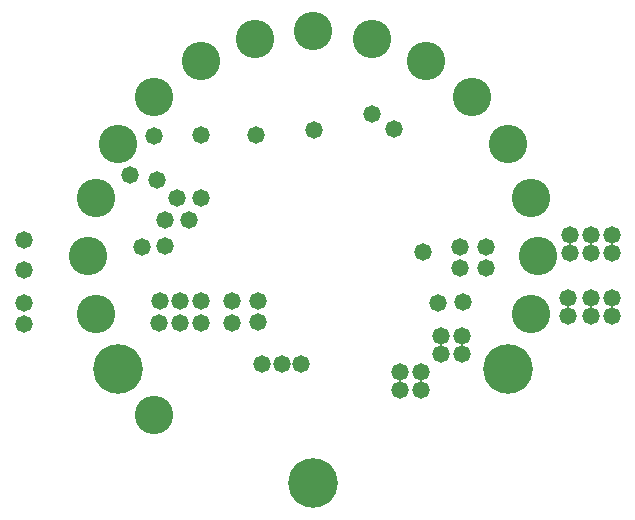
<source format=gbr>
%TF.GenerationSoftware,Altium Limited,Altium Designer,18.1.9 (240)*%
G04 Layer_Color=16711935*
%FSLAX26Y26*%
%MOIN*%
%TF.FileFunction,Soldermask,Bot*%
%TF.Part,Single*%
G01*
G75*
%TA.AperFunction,SMDPad,CuDef*%
%ADD19C,0.128000*%
%TA.AperFunction,ViaPad*%
%ADD20C,0.058000*%
%ADD21C,0.165480*%
D19*
X-724000Y194000D02*
D03*
X-750000Y0D02*
D03*
X-724000Y-194000D02*
D03*
X724000D02*
D03*
X750000Y0D02*
D03*
X724000Y194000D02*
D03*
X650000Y375000D02*
D03*
X530000Y530000D02*
D03*
X375000Y649500D02*
D03*
X194000Y724000D02*
D03*
X0Y750000D02*
D03*
X-194000Y724000D02*
D03*
X-375000Y649500D02*
D03*
X-530000Y530000D02*
D03*
X-649500Y375000D02*
D03*
X-530000Y-530000D02*
D03*
D20*
X-170000Y-360000D02*
D03*
X-105000D02*
D03*
X195000Y475000D02*
D03*
X365000Y15000D02*
D03*
X575000Y-40000D02*
D03*
X490000D02*
D03*
Y30000D02*
D03*
X268910Y425000D02*
D03*
X1568Y420000D02*
D03*
X-190000Y405000D02*
D03*
X-375000D02*
D03*
X-530000Y400000D02*
D03*
X-610000Y270000D02*
D03*
X-520000Y255000D02*
D03*
X995000Y70000D02*
D03*
Y10000D02*
D03*
X855000Y70000D02*
D03*
X925000Y10000D02*
D03*
X855000D02*
D03*
X925000Y70000D02*
D03*
X850000Y-140000D02*
D03*
Y-200000D02*
D03*
X995000Y-140000D02*
D03*
X925000Y-200000D02*
D03*
X995000D02*
D03*
X925000Y-140000D02*
D03*
X495000Y-265000D02*
D03*
X425000Y-325000D02*
D03*
X495000D02*
D03*
X425000Y-265000D02*
D03*
X575000Y30000D02*
D03*
X500000Y-154004D02*
D03*
X415000Y-154922D02*
D03*
X290000Y-385000D02*
D03*
X360000Y-445000D02*
D03*
X290000D02*
D03*
X360000Y-385000D02*
D03*
X-965000Y-225000D02*
D03*
Y-155000D02*
D03*
X-515000Y-223024D02*
D03*
X-512651Y-150000D02*
D03*
X-375000D02*
D03*
Y-223024D02*
D03*
X-270000Y-220917D02*
D03*
X-185000Y-220000D02*
D03*
Y-150000D02*
D03*
X-270000D02*
D03*
X-445000D02*
D03*
Y-223024D02*
D03*
X-965000Y-45000D02*
D03*
Y55000D02*
D03*
X-570000Y30000D02*
D03*
X-495000Y35000D02*
D03*
X-495000Y120000D02*
D03*
X-415000D02*
D03*
X-455000Y194000D02*
D03*
X-375000D02*
D03*
X-40000Y-360000D02*
D03*
D21*
X-649500Y-375000D02*
D03*
X650000D02*
D03*
X-798Y-755000D02*
D03*
%TF.MD5,a6ed78d7ef788ca21784e681cd194733*%
M02*

</source>
